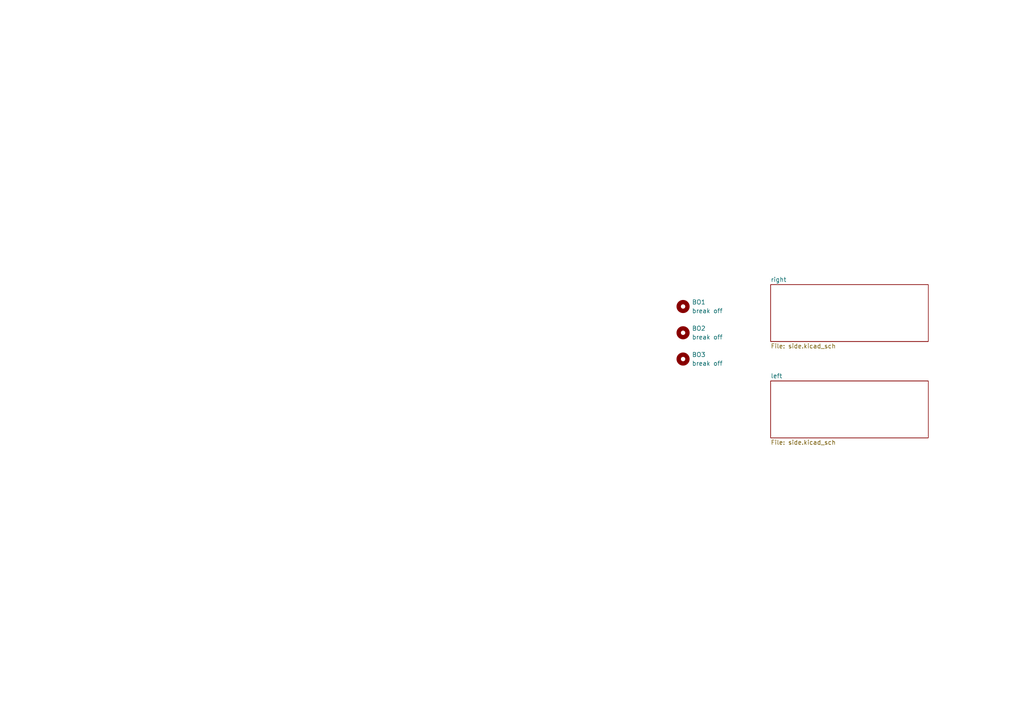
<source format=kicad_sch>
(kicad_sch (version 20250114) (generator "eeschema") (generator_version "9.0")
  (paper "A4")
  (lib_symbols
    (symbol "Mechanical:MountingHole" (pin_names (offset 1.016)) (in_bom no)
      (property "Reference" "H" (at 0 5.08 0))
      (property "Value" "MountingHole" (at 0 3.175 0))
      (symbol "MountingHole_0_1"
        (circle (center 0 0) (radius 1.27) (stroke (width 1.27)))
      )
    )
  )
  (symbol (lib_id "Mechanical:MountingHole") (at 198.12 96.52 0) (unit 1) (in_bom no)
    (property "Reference" "BO2" (at 200.66 95.2499 0) (effects (justify left)))
    (property "Value" "break off" (at 200.66 97.7899 0) (effects (justify left)))
    (property "Footprint" "Panelization:MouseBite-Part_2.0x4.5mm_inset_D0.5mm_P0.85mm_5h_Trace" (effects (hide yes)))
    (property "Description" "Mounting Hole without connection" (effects (hide yes)))
  )
  (symbol (lib_id "Mechanical:MountingHole") (at 198.12 88.9 0) (unit 1) (in_bom no)
    (property "Reference" "BO1" (at 200.66 87.6299 0) (effects (justify left)))
    (property "Value" "break off" (at 200.66 90.1699 0) (effects (justify left)))
    (property "Footprint" "Panelization:MouseBite-Part_2.0x4.5mm_inset_D0.5mm_P0.85mm_5h_Trace" (effects (hide yes)))
    (property "Description" "Mounting Hole without connection" (effects (hide yes)))
  )
  (symbol (lib_id "Mechanical:MountingHole") (at 198.12 104.14 0) (unit 1) (in_bom no)
    (property "Reference" "BO3" (at 200.66 102.8699 0) (effects (justify left)))
    (property "Value" "break off" (at 200.66 105.4099 0) (effects (justify left)))
    (property "Footprint" "Panelization:MouseBite-Part_2.0x4.5mm_inset_D0.5mm_P0.85mm_5h_Trace" (effects (hide yes)))
    (property "Description" "Mounting Hole without connection" (effects (hide yes)))
  )
  (sheet (at 223.52 110.49) (size 45.72 16.51) (stroke (width 0.1524))
    (property "Sheetname" "left" (at 223.52 109.7784 0) (effects (justify left bottom)))
    (property "Sheetfile" "side.kicad_sch" (at 223.52 127.5846 0) (effects (justify left top)))
  )
  (sheet (at 223.52 82.55) (size 45.72 16.51) (stroke (width 0.1524))
    (property "Sheetname" "right" (at 223.52 81.8384 0) (effects (justify left bottom)))
    (property "Sheetfile" "side.kicad_sch" (at 223.52 99.6446 0) (effects (justify left top)))
  )
)
</source>
